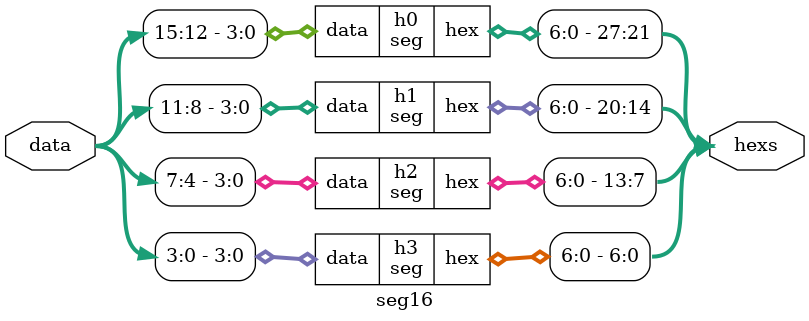
<source format=v>

module seg(data, hex);

input [3:0] data;
output reg [6:0] hex;

always @(*) begin
    case (data)
        4'h0: hex = 7'b1000000;
        4'h1: hex = 7'b1111001;
        4'h2: hex = 7'b0100100;
        4'h3: hex = 7'b0110000;
        4'h4: hex = 7'b0011001;
        4'h5: hex = 7'b0010010;
        4'h6: hex = 7'b0000010;
        4'h7: hex = 7'b1111000;
        4'h8: hex = 7'b0000000;
        4'h9: hex = 7'b0011000;
        4'ha: hex = 7'b0001000;
        4'hb: hex = 7'b0000011;
        4'hc: hex = 7'b1000110;
        4'hd: hex = 7'b0100001;
        4'he: hex = 7'b0000110;
        4'hf: hex = 7'b0001110;
    endcase
end

endmodule



module seg16(data, hexs);

input [15:0] data;
output [27:0] hexs;

seg h0(data[15:12], hexs[27:21]);
seg h1(data[11:8], hexs[20:14]);
seg h2(data[7:4], hexs[13:7]);
seg h3(data[3:0], hexs[6:0]);

endmodule

</source>
